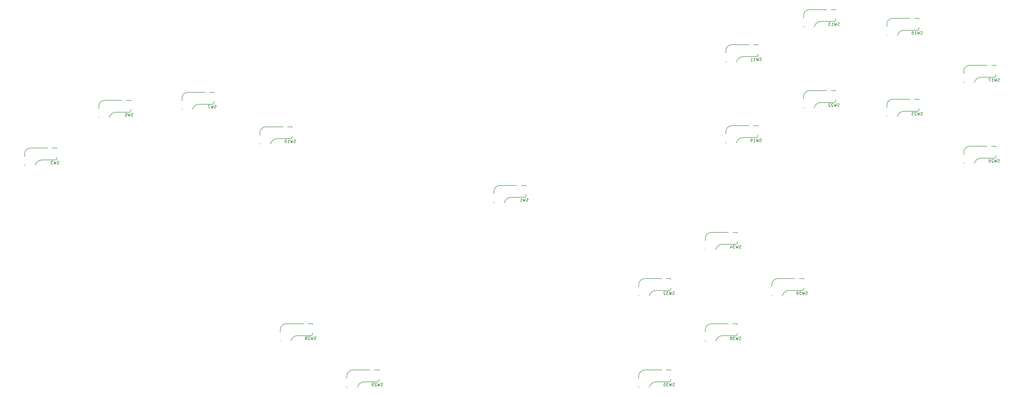
<source format=gbo>
G04 #@! TF.GenerationSoftware,KiCad,Pcbnew,(6.0.7)*
G04 #@! TF.CreationDate,2023-01-16T00:23:34-06:00*
G04 #@! TF.ProjectId,OpenRectangle,4f70656e-5265-4637-9461-6e676c652e6b,rev?*
G04 #@! TF.SameCoordinates,Original*
G04 #@! TF.FileFunction,Legend,Bot*
G04 #@! TF.FilePolarity,Positive*
%FSLAX46Y46*%
G04 Gerber Fmt 4.6, Leading zero omitted, Abs format (unit mm)*
G04 Created by KiCad (PCBNEW (6.0.7)) date 2023-01-16 00:23:34*
%MOMM*%
%LPD*%
G01*
G04 APERTURE LIST*
%ADD10C,0.150000*%
G04 APERTURE END LIST*
D10*
G04 #@! TO.C,SW13*
X310211523Y-33003761D02*
X310068666Y-33051380D01*
X309830571Y-33051380D01*
X309735333Y-33003761D01*
X309687714Y-32956142D01*
X309640095Y-32860904D01*
X309640095Y-32765666D01*
X309687714Y-32670428D01*
X309735333Y-32622809D01*
X309830571Y-32575190D01*
X310021047Y-32527571D01*
X310116285Y-32479952D01*
X310163904Y-32432333D01*
X310211523Y-32337095D01*
X310211523Y-32241857D01*
X310163904Y-32146619D01*
X310116285Y-32099000D01*
X310021047Y-32051380D01*
X309782952Y-32051380D01*
X309640095Y-32099000D01*
X309306761Y-32051380D02*
X309068666Y-33051380D01*
X308878190Y-32337095D01*
X308687714Y-33051380D01*
X308449619Y-32051380D01*
X307544857Y-33051380D02*
X308116285Y-33051380D01*
X307830571Y-33051380D02*
X307830571Y-32051380D01*
X307925809Y-32194238D01*
X308021047Y-32289476D01*
X308116285Y-32337095D01*
X307211523Y-32051380D02*
X306592476Y-32051380D01*
X306925809Y-32432333D01*
X306782952Y-32432333D01*
X306687714Y-32479952D01*
X306640095Y-32527571D01*
X306592476Y-32622809D01*
X306592476Y-32860904D01*
X306640095Y-32956142D01*
X306687714Y-33003761D01*
X306782952Y-33051380D01*
X307068666Y-33051380D01*
X307163904Y-33003761D01*
X307211523Y-32956142D01*
G04 #@! TO.C,SW35*
X254008023Y-155922627D02*
X253865166Y-155970246D01*
X253627071Y-155970246D01*
X253531833Y-155922627D01*
X253484214Y-155875008D01*
X253436595Y-155779770D01*
X253436595Y-155684532D01*
X253484214Y-155589294D01*
X253531833Y-155541675D01*
X253627071Y-155494056D01*
X253817547Y-155446437D01*
X253912785Y-155398818D01*
X253960404Y-155351199D01*
X254008023Y-155255961D01*
X254008023Y-155160723D01*
X253960404Y-155065485D01*
X253912785Y-155017866D01*
X253817547Y-154970246D01*
X253579452Y-154970246D01*
X253436595Y-155017866D01*
X253103261Y-154970246D02*
X252865166Y-155970246D01*
X252674690Y-155255961D01*
X252484214Y-155970246D01*
X252246119Y-154970246D01*
X251960404Y-154970246D02*
X251341357Y-154970246D01*
X251674690Y-155351199D01*
X251531833Y-155351199D01*
X251436595Y-155398818D01*
X251388976Y-155446437D01*
X251341357Y-155541675D01*
X251341357Y-155779770D01*
X251388976Y-155875008D01*
X251436595Y-155922627D01*
X251531833Y-155970246D01*
X251817547Y-155970246D01*
X251912785Y-155922627D01*
X251960404Y-155875008D01*
X250436595Y-154970246D02*
X250912785Y-154970246D01*
X250960404Y-155446437D01*
X250912785Y-155398818D01*
X250817547Y-155351199D01*
X250579452Y-155351199D01*
X250484214Y-155398818D01*
X250436595Y-155446437D01*
X250388976Y-155541675D01*
X250388976Y-155779770D01*
X250436595Y-155875008D01*
X250484214Y-155922627D01*
X250579452Y-155970246D01*
X250817547Y-155970246D01*
X250912785Y-155922627D01*
X250960404Y-155875008D01*
G04 #@! TO.C,SW19*
X283693523Y-72608761D02*
X283550666Y-72656380D01*
X283312571Y-72656380D01*
X283217333Y-72608761D01*
X283169714Y-72561142D01*
X283122095Y-72465904D01*
X283122095Y-72370666D01*
X283169714Y-72275428D01*
X283217333Y-72227809D01*
X283312571Y-72180190D01*
X283503047Y-72132571D01*
X283598285Y-72084952D01*
X283645904Y-72037333D01*
X283693523Y-71942095D01*
X283693523Y-71846857D01*
X283645904Y-71751619D01*
X283598285Y-71704000D01*
X283503047Y-71656380D01*
X283264952Y-71656380D01*
X283122095Y-71704000D01*
X282788761Y-71656380D02*
X282550666Y-72656380D01*
X282360190Y-71942095D01*
X282169714Y-72656380D01*
X281931619Y-71656380D01*
X281026857Y-72656380D02*
X281598285Y-72656380D01*
X281312571Y-72656380D02*
X281312571Y-71656380D01*
X281407809Y-71799238D01*
X281503047Y-71894476D01*
X281598285Y-71942095D01*
X280550666Y-72656380D02*
X280360190Y-72656380D01*
X280264952Y-72608761D01*
X280217333Y-72561142D01*
X280122095Y-72418285D01*
X280074476Y-72227809D01*
X280074476Y-71846857D01*
X280122095Y-71751619D01*
X280169714Y-71704000D01*
X280264952Y-71656380D01*
X280455428Y-71656380D01*
X280550666Y-71704000D01*
X280598285Y-71751619D01*
X280645904Y-71846857D01*
X280645904Y-72084952D01*
X280598285Y-72180190D01*
X280550666Y-72227809D01*
X280455428Y-72275428D01*
X280264952Y-72275428D01*
X280169714Y-72227809D01*
X280122095Y-72180190D01*
X280074476Y-72084952D01*
G04 #@! TO.C,SW26*
X364789523Y-79624761D02*
X364646666Y-79672380D01*
X364408571Y-79672380D01*
X364313333Y-79624761D01*
X364265714Y-79577142D01*
X364218095Y-79481904D01*
X364218095Y-79386666D01*
X364265714Y-79291428D01*
X364313333Y-79243809D01*
X364408571Y-79196190D01*
X364599047Y-79148571D01*
X364694285Y-79100952D01*
X364741904Y-79053333D01*
X364789523Y-78958095D01*
X364789523Y-78862857D01*
X364741904Y-78767619D01*
X364694285Y-78720000D01*
X364599047Y-78672380D01*
X364360952Y-78672380D01*
X364218095Y-78720000D01*
X363884761Y-78672380D02*
X363646666Y-79672380D01*
X363456190Y-78958095D01*
X363265714Y-79672380D01*
X363027619Y-78672380D01*
X362694285Y-78767619D02*
X362646666Y-78720000D01*
X362551428Y-78672380D01*
X362313333Y-78672380D01*
X362218095Y-78720000D01*
X362170476Y-78767619D01*
X362122857Y-78862857D01*
X362122857Y-78958095D01*
X362170476Y-79100952D01*
X362741904Y-79672380D01*
X362122857Y-79672380D01*
X361265714Y-78672380D02*
X361456190Y-78672380D01*
X361551428Y-78720000D01*
X361599047Y-78767619D01*
X361694285Y-78910476D01*
X361741904Y-79100952D01*
X361741904Y-79481904D01*
X361694285Y-79577142D01*
X361646666Y-79624761D01*
X361551428Y-79672380D01*
X361360952Y-79672380D01*
X361265714Y-79624761D01*
X361218095Y-79577142D01*
X361170476Y-79481904D01*
X361170476Y-79243809D01*
X361218095Y-79148571D01*
X361265714Y-79100952D01*
X361360952Y-79053333D01*
X361551428Y-79053333D01*
X361646666Y-79100952D01*
X361694285Y-79148571D01*
X361741904Y-79243809D01*
G04 #@! TO.C,SW28*
X131860022Y-140125762D02*
X131717165Y-140173381D01*
X131479070Y-140173381D01*
X131383832Y-140125762D01*
X131336213Y-140078143D01*
X131288594Y-139982905D01*
X131288594Y-139887667D01*
X131336213Y-139792429D01*
X131383832Y-139744810D01*
X131479070Y-139697191D01*
X131669546Y-139649572D01*
X131764784Y-139601953D01*
X131812403Y-139554334D01*
X131860022Y-139459096D01*
X131860022Y-139363858D01*
X131812403Y-139268620D01*
X131764784Y-139221001D01*
X131669546Y-139173381D01*
X131431451Y-139173381D01*
X131288594Y-139221001D01*
X130955260Y-139173381D02*
X130717165Y-140173381D01*
X130526689Y-139459096D01*
X130336213Y-140173381D01*
X130098118Y-139173381D01*
X129764784Y-139268620D02*
X129717165Y-139221001D01*
X129621927Y-139173381D01*
X129383832Y-139173381D01*
X129288594Y-139221001D01*
X129240975Y-139268620D01*
X129193356Y-139363858D01*
X129193356Y-139459096D01*
X129240975Y-139601953D01*
X129812403Y-140173381D01*
X129193356Y-140173381D01*
X128621927Y-139601953D02*
X128717165Y-139554334D01*
X128764784Y-139506715D01*
X128812403Y-139411477D01*
X128812403Y-139363858D01*
X128764784Y-139268620D01*
X128717165Y-139221001D01*
X128621927Y-139173381D01*
X128431451Y-139173381D01*
X128336213Y-139221001D01*
X128288594Y-139268620D01*
X128240975Y-139363858D01*
X128240975Y-139411477D01*
X128288594Y-139506715D01*
X128336213Y-139554334D01*
X128431451Y-139601953D01*
X128621927Y-139601953D01*
X128717165Y-139649572D01*
X128764784Y-139697191D01*
X128812403Y-139792429D01*
X128812403Y-139982905D01*
X128764784Y-140078143D01*
X128717165Y-140125762D01*
X128621927Y-140173381D01*
X128431451Y-140173381D01*
X128336213Y-140125762D01*
X128288594Y-140078143D01*
X128240975Y-139982905D01*
X128240975Y-139792429D01*
X128288594Y-139697191D01*
X128336213Y-139649572D01*
X128431451Y-139601953D01*
G04 #@! TO.C,SW32*
X254008023Y-124737627D02*
X253865166Y-124785246D01*
X253627071Y-124785246D01*
X253531833Y-124737627D01*
X253484214Y-124690008D01*
X253436595Y-124594770D01*
X253436595Y-124499532D01*
X253484214Y-124404294D01*
X253531833Y-124356675D01*
X253627071Y-124309056D01*
X253817547Y-124261437D01*
X253912785Y-124213818D01*
X253960404Y-124166199D01*
X254008023Y-124070961D01*
X254008023Y-123975723D01*
X253960404Y-123880485D01*
X253912785Y-123832866D01*
X253817547Y-123785246D01*
X253579452Y-123785246D01*
X253436595Y-123832866D01*
X253103261Y-123785246D02*
X252865166Y-124785246D01*
X252674690Y-124070961D01*
X252484214Y-124785246D01*
X252246119Y-123785246D01*
X251960404Y-123785246D02*
X251341357Y-123785246D01*
X251674690Y-124166199D01*
X251531833Y-124166199D01*
X251436595Y-124213818D01*
X251388976Y-124261437D01*
X251341357Y-124356675D01*
X251341357Y-124594770D01*
X251388976Y-124690008D01*
X251436595Y-124737627D01*
X251531833Y-124785246D01*
X251817547Y-124785246D01*
X251912785Y-124737627D01*
X251960404Y-124690008D01*
X250960404Y-123880485D02*
X250912785Y-123832866D01*
X250817547Y-123785246D01*
X250579452Y-123785246D01*
X250484214Y-123832866D01*
X250436595Y-123880485D01*
X250388976Y-123975723D01*
X250388976Y-124070961D01*
X250436595Y-124213818D01*
X251008023Y-124785246D01*
X250388976Y-124785246D01*
G04 #@! TO.C,SW22*
X310211523Y-60613761D02*
X310068666Y-60661380D01*
X309830571Y-60661380D01*
X309735333Y-60613761D01*
X309687714Y-60566142D01*
X309640095Y-60470904D01*
X309640095Y-60375666D01*
X309687714Y-60280428D01*
X309735333Y-60232809D01*
X309830571Y-60185190D01*
X310021047Y-60137571D01*
X310116285Y-60089952D01*
X310163904Y-60042333D01*
X310211523Y-59947095D01*
X310211523Y-59851857D01*
X310163904Y-59756619D01*
X310116285Y-59709000D01*
X310021047Y-59661380D01*
X309782952Y-59661380D01*
X309640095Y-59709000D01*
X309306761Y-59661380D02*
X309068666Y-60661380D01*
X308878190Y-59947095D01*
X308687714Y-60661380D01*
X308449619Y-59661380D01*
X308116285Y-59756619D02*
X308068666Y-59709000D01*
X307973428Y-59661380D01*
X307735333Y-59661380D01*
X307640095Y-59709000D01*
X307592476Y-59756619D01*
X307544857Y-59851857D01*
X307544857Y-59947095D01*
X307592476Y-60089952D01*
X308163904Y-60661380D01*
X307544857Y-60661380D01*
X307163904Y-59756619D02*
X307116285Y-59709000D01*
X307021047Y-59661380D01*
X306782952Y-59661380D01*
X306687714Y-59709000D01*
X306640095Y-59756619D01*
X306592476Y-59851857D01*
X306592476Y-59947095D01*
X306640095Y-60089952D01*
X307211523Y-60661380D01*
X306592476Y-60661380D01*
G04 #@! TO.C,SW34*
X276695023Y-108967627D02*
X276552166Y-109015246D01*
X276314071Y-109015246D01*
X276218833Y-108967627D01*
X276171214Y-108920008D01*
X276123595Y-108824770D01*
X276123595Y-108729532D01*
X276171214Y-108634294D01*
X276218833Y-108586675D01*
X276314071Y-108539056D01*
X276504547Y-108491437D01*
X276599785Y-108443818D01*
X276647404Y-108396199D01*
X276695023Y-108300961D01*
X276695023Y-108205723D01*
X276647404Y-108110485D01*
X276599785Y-108062866D01*
X276504547Y-108015246D01*
X276266452Y-108015246D01*
X276123595Y-108062866D01*
X275790261Y-108015246D02*
X275552166Y-109015246D01*
X275361690Y-108300961D01*
X275171214Y-109015246D01*
X274933119Y-108015246D01*
X274647404Y-108015246D02*
X274028357Y-108015246D01*
X274361690Y-108396199D01*
X274218833Y-108396199D01*
X274123595Y-108443818D01*
X274075976Y-108491437D01*
X274028357Y-108586675D01*
X274028357Y-108824770D01*
X274075976Y-108920008D01*
X274123595Y-108967627D01*
X274218833Y-109015246D01*
X274504547Y-109015246D01*
X274599785Y-108967627D01*
X274647404Y-108920008D01*
X273171214Y-108348580D02*
X273171214Y-109015246D01*
X273409309Y-107967627D02*
X273647404Y-108681913D01*
X273028357Y-108681913D01*
G04 #@! TO.C,SW16*
X338566523Y-35978761D02*
X338423666Y-36026380D01*
X338185571Y-36026380D01*
X338090333Y-35978761D01*
X338042714Y-35931142D01*
X337995095Y-35835904D01*
X337995095Y-35740666D01*
X338042714Y-35645428D01*
X338090333Y-35597809D01*
X338185571Y-35550190D01*
X338376047Y-35502571D01*
X338471285Y-35454952D01*
X338518904Y-35407333D01*
X338566523Y-35312095D01*
X338566523Y-35216857D01*
X338518904Y-35121619D01*
X338471285Y-35074000D01*
X338376047Y-35026380D01*
X338137952Y-35026380D01*
X337995095Y-35074000D01*
X337661761Y-35026380D02*
X337423666Y-36026380D01*
X337233190Y-35312095D01*
X337042714Y-36026380D01*
X336804619Y-35026380D01*
X335899857Y-36026380D02*
X336471285Y-36026380D01*
X336185571Y-36026380D02*
X336185571Y-35026380D01*
X336280809Y-35169238D01*
X336376047Y-35264476D01*
X336471285Y-35312095D01*
X335042714Y-35026380D02*
X335233190Y-35026380D01*
X335328428Y-35074000D01*
X335376047Y-35121619D01*
X335471285Y-35264476D01*
X335518904Y-35454952D01*
X335518904Y-35835904D01*
X335471285Y-35931142D01*
X335423666Y-35978761D01*
X335328428Y-36026380D01*
X335137952Y-36026380D01*
X335042714Y-35978761D01*
X334995095Y-35931142D01*
X334947476Y-35835904D01*
X334947476Y-35597809D01*
X334995095Y-35502571D01*
X335042714Y-35454952D01*
X335137952Y-35407333D01*
X335328428Y-35407333D01*
X335423666Y-35454952D01*
X335471285Y-35502571D01*
X335518904Y-35597809D01*
G04 #@! TO.C,SW38*
X276695023Y-140152627D02*
X276552166Y-140200246D01*
X276314071Y-140200246D01*
X276218833Y-140152627D01*
X276171214Y-140105008D01*
X276123595Y-140009770D01*
X276123595Y-139914532D01*
X276171214Y-139819294D01*
X276218833Y-139771675D01*
X276314071Y-139724056D01*
X276504547Y-139676437D01*
X276599785Y-139628818D01*
X276647404Y-139581199D01*
X276695023Y-139485961D01*
X276695023Y-139390723D01*
X276647404Y-139295485D01*
X276599785Y-139247866D01*
X276504547Y-139200246D01*
X276266452Y-139200246D01*
X276123595Y-139247866D01*
X275790261Y-139200246D02*
X275552166Y-140200246D01*
X275361690Y-139485961D01*
X275171214Y-140200246D01*
X274933119Y-139200246D01*
X274647404Y-139200246D02*
X274028357Y-139200246D01*
X274361690Y-139581199D01*
X274218833Y-139581199D01*
X274123595Y-139628818D01*
X274075976Y-139676437D01*
X274028357Y-139771675D01*
X274028357Y-140009770D01*
X274075976Y-140105008D01*
X274123595Y-140152627D01*
X274218833Y-140200246D01*
X274504547Y-140200246D01*
X274599785Y-140152627D01*
X274647404Y-140105008D01*
X273456928Y-139628818D02*
X273552166Y-139581199D01*
X273599785Y-139533580D01*
X273647404Y-139438342D01*
X273647404Y-139390723D01*
X273599785Y-139295485D01*
X273552166Y-139247866D01*
X273456928Y-139200246D01*
X273266452Y-139200246D01*
X273171214Y-139247866D01*
X273123595Y-139295485D01*
X273075976Y-139390723D01*
X273075976Y-139438342D01*
X273123595Y-139533580D01*
X273171214Y-139581199D01*
X273266452Y-139628818D01*
X273456928Y-139628818D01*
X273552166Y-139676437D01*
X273599785Y-139724056D01*
X273647404Y-139819294D01*
X273647404Y-140009770D01*
X273599785Y-140105008D01*
X273552166Y-140152627D01*
X273456928Y-140200246D01*
X273266452Y-140200246D01*
X273171214Y-140152627D01*
X273123595Y-140105008D01*
X273075976Y-140009770D01*
X273075976Y-139819294D01*
X273123595Y-139724056D01*
X273171214Y-139676437D01*
X273266452Y-139628818D01*
G04 #@! TO.C,SW3*
X44225333Y-80230761D02*
X44082476Y-80278380D01*
X43844380Y-80278380D01*
X43749142Y-80230761D01*
X43701523Y-80183142D01*
X43653904Y-80087904D01*
X43653904Y-79992666D01*
X43701523Y-79897428D01*
X43749142Y-79849809D01*
X43844380Y-79802190D01*
X44034857Y-79754571D01*
X44130095Y-79706952D01*
X44177714Y-79659333D01*
X44225333Y-79564095D01*
X44225333Y-79468857D01*
X44177714Y-79373619D01*
X44130095Y-79326000D01*
X44034857Y-79278380D01*
X43796761Y-79278380D01*
X43653904Y-79326000D01*
X43320571Y-79278380D02*
X43082476Y-80278380D01*
X42892000Y-79564095D01*
X42701523Y-80278380D01*
X42463428Y-79278380D01*
X42177714Y-79278380D02*
X41558666Y-79278380D01*
X41892000Y-79659333D01*
X41749142Y-79659333D01*
X41653904Y-79706952D01*
X41606285Y-79754571D01*
X41558666Y-79849809D01*
X41558666Y-80087904D01*
X41606285Y-80183142D01*
X41653904Y-80230761D01*
X41749142Y-80278380D01*
X42034857Y-80278380D01*
X42130095Y-80230761D01*
X42177714Y-80183142D01*
G04 #@! TO.C,SW5*
X69505333Y-63927761D02*
X69362476Y-63975380D01*
X69124380Y-63975380D01*
X69029142Y-63927761D01*
X68981523Y-63880142D01*
X68933904Y-63784904D01*
X68933904Y-63689666D01*
X68981523Y-63594428D01*
X69029142Y-63546809D01*
X69124380Y-63499190D01*
X69314857Y-63451571D01*
X69410095Y-63403952D01*
X69457714Y-63356333D01*
X69505333Y-63261095D01*
X69505333Y-63165857D01*
X69457714Y-63070619D01*
X69410095Y-63023000D01*
X69314857Y-62975380D01*
X69076761Y-62975380D01*
X68933904Y-63023000D01*
X68600571Y-62975380D02*
X68362476Y-63975380D01*
X68172000Y-63261095D01*
X67981523Y-63975380D01*
X67743428Y-62975380D01*
X66886285Y-62975380D02*
X67362476Y-62975380D01*
X67410095Y-63451571D01*
X67362476Y-63403952D01*
X67267238Y-63356333D01*
X67029142Y-63356333D01*
X66933904Y-63403952D01*
X66886285Y-63451571D01*
X66838666Y-63546809D01*
X66838666Y-63784904D01*
X66886285Y-63880142D01*
X66933904Y-63927761D01*
X67029142Y-63975380D01*
X67267238Y-63975380D01*
X67362476Y-63927761D01*
X67410095Y-63880142D01*
G04 #@! TO.C,SW29*
X154548022Y-155894762D02*
X154405165Y-155942381D01*
X154167070Y-155942381D01*
X154071832Y-155894762D01*
X154024213Y-155847143D01*
X153976594Y-155751905D01*
X153976594Y-155656667D01*
X154024213Y-155561429D01*
X154071832Y-155513810D01*
X154167070Y-155466191D01*
X154357546Y-155418572D01*
X154452784Y-155370953D01*
X154500403Y-155323334D01*
X154548022Y-155228096D01*
X154548022Y-155132858D01*
X154500403Y-155037620D01*
X154452784Y-154990001D01*
X154357546Y-154942381D01*
X154119451Y-154942381D01*
X153976594Y-154990001D01*
X153643260Y-154942381D02*
X153405165Y-155942381D01*
X153214689Y-155228096D01*
X153024213Y-155942381D01*
X152786118Y-154942381D01*
X152452784Y-155037620D02*
X152405165Y-154990001D01*
X152309927Y-154942381D01*
X152071832Y-154942381D01*
X151976594Y-154990001D01*
X151928975Y-155037620D01*
X151881356Y-155132858D01*
X151881356Y-155228096D01*
X151928975Y-155370953D01*
X152500403Y-155942381D01*
X151881356Y-155942381D01*
X151405165Y-155942381D02*
X151214689Y-155942381D01*
X151119451Y-155894762D01*
X151071832Y-155847143D01*
X150976594Y-155704286D01*
X150928975Y-155513810D01*
X150928975Y-155132858D01*
X150976594Y-155037620D01*
X151024213Y-154990001D01*
X151119451Y-154942381D01*
X151309927Y-154942381D01*
X151405165Y-154990001D01*
X151452784Y-155037620D01*
X151500403Y-155132858D01*
X151500403Y-155370953D01*
X151452784Y-155466191D01*
X151405165Y-155513810D01*
X151309927Y-155561429D01*
X151119451Y-155561429D01*
X151024213Y-155513810D01*
X150976594Y-155466191D01*
X150928975Y-155370953D01*
G04 #@! TO.C,SW7*
X97861333Y-61201761D02*
X97718476Y-61249380D01*
X97480380Y-61249380D01*
X97385142Y-61201761D01*
X97337523Y-61154142D01*
X97289904Y-61058904D01*
X97289904Y-60963666D01*
X97337523Y-60868428D01*
X97385142Y-60820809D01*
X97480380Y-60773190D01*
X97670857Y-60725571D01*
X97766095Y-60677952D01*
X97813714Y-60630333D01*
X97861333Y-60535095D01*
X97861333Y-60439857D01*
X97813714Y-60344619D01*
X97766095Y-60297000D01*
X97670857Y-60249380D01*
X97432761Y-60249380D01*
X97289904Y-60297000D01*
X96956571Y-60249380D02*
X96718476Y-61249380D01*
X96528000Y-60535095D01*
X96337523Y-61249380D01*
X96099428Y-60249380D01*
X95813714Y-60249380D02*
X95147047Y-60249380D01*
X95575619Y-61249380D01*
G04 #@! TO.C,SW11*
X283693523Y-44999761D02*
X283550666Y-45047380D01*
X283312571Y-45047380D01*
X283217333Y-44999761D01*
X283169714Y-44952142D01*
X283122095Y-44856904D01*
X283122095Y-44761666D01*
X283169714Y-44666428D01*
X283217333Y-44618809D01*
X283312571Y-44571190D01*
X283503047Y-44523571D01*
X283598285Y-44475952D01*
X283645904Y-44428333D01*
X283693523Y-44333095D01*
X283693523Y-44237857D01*
X283645904Y-44142619D01*
X283598285Y-44095000D01*
X283503047Y-44047380D01*
X283264952Y-44047380D01*
X283122095Y-44095000D01*
X282788761Y-44047380D02*
X282550666Y-45047380D01*
X282360190Y-44333095D01*
X282169714Y-45047380D01*
X281931619Y-44047380D01*
X281026857Y-45047380D02*
X281598285Y-45047380D01*
X281312571Y-45047380D02*
X281312571Y-44047380D01*
X281407809Y-44190238D01*
X281503047Y-44285476D01*
X281598285Y-44333095D01*
X280074476Y-45047380D02*
X280645904Y-45047380D01*
X280360190Y-45047380D02*
X280360190Y-44047380D01*
X280455428Y-44190238D01*
X280550666Y-44285476D01*
X280645904Y-44333095D01*
G04 #@! TO.C,SW17*
X364789523Y-52014761D02*
X364646666Y-52062380D01*
X364408571Y-52062380D01*
X364313333Y-52014761D01*
X364265714Y-51967142D01*
X364218095Y-51871904D01*
X364218095Y-51776666D01*
X364265714Y-51681428D01*
X364313333Y-51633809D01*
X364408571Y-51586190D01*
X364599047Y-51538571D01*
X364694285Y-51490952D01*
X364741904Y-51443333D01*
X364789523Y-51348095D01*
X364789523Y-51252857D01*
X364741904Y-51157619D01*
X364694285Y-51110000D01*
X364599047Y-51062380D01*
X364360952Y-51062380D01*
X364218095Y-51110000D01*
X363884761Y-51062380D02*
X363646666Y-52062380D01*
X363456190Y-51348095D01*
X363265714Y-52062380D01*
X363027619Y-51062380D01*
X362122857Y-52062380D02*
X362694285Y-52062380D01*
X362408571Y-52062380D02*
X362408571Y-51062380D01*
X362503809Y-51205238D01*
X362599047Y-51300476D01*
X362694285Y-51348095D01*
X361789523Y-51062380D02*
X361122857Y-51062380D01*
X361551428Y-52062380D01*
G04 #@! TO.C,SW39*
X299352023Y-124737627D02*
X299209166Y-124785246D01*
X298971071Y-124785246D01*
X298875833Y-124737627D01*
X298828214Y-124690008D01*
X298780595Y-124594770D01*
X298780595Y-124499532D01*
X298828214Y-124404294D01*
X298875833Y-124356675D01*
X298971071Y-124309056D01*
X299161547Y-124261437D01*
X299256785Y-124213818D01*
X299304404Y-124166199D01*
X299352023Y-124070961D01*
X299352023Y-123975723D01*
X299304404Y-123880485D01*
X299256785Y-123832866D01*
X299161547Y-123785246D01*
X298923452Y-123785246D01*
X298780595Y-123832866D01*
X298447261Y-123785246D02*
X298209166Y-124785246D01*
X298018690Y-124070961D01*
X297828214Y-124785246D01*
X297590119Y-123785246D01*
X297304404Y-123785246D02*
X296685357Y-123785246D01*
X297018690Y-124166199D01*
X296875833Y-124166199D01*
X296780595Y-124213818D01*
X296732976Y-124261437D01*
X296685357Y-124356675D01*
X296685357Y-124594770D01*
X296732976Y-124690008D01*
X296780595Y-124737627D01*
X296875833Y-124785246D01*
X297161547Y-124785246D01*
X297256785Y-124737627D01*
X297304404Y-124690008D01*
X296209166Y-124785246D02*
X296018690Y-124785246D01*
X295923452Y-124737627D01*
X295875833Y-124690008D01*
X295780595Y-124547151D01*
X295732976Y-124356675D01*
X295732976Y-123975723D01*
X295780595Y-123880485D01*
X295828214Y-123832866D01*
X295923452Y-123785246D01*
X296113928Y-123785246D01*
X296209166Y-123832866D01*
X296256785Y-123880485D01*
X296304404Y-123975723D01*
X296304404Y-124213818D01*
X296256785Y-124309056D01*
X296209166Y-124356675D01*
X296113928Y-124404294D01*
X295923452Y-124404294D01*
X295828214Y-124356675D01*
X295780595Y-124309056D01*
X295732976Y-124213818D01*
G04 #@! TO.C,SW23*
X338566523Y-63588761D02*
X338423666Y-63636380D01*
X338185571Y-63636380D01*
X338090333Y-63588761D01*
X338042714Y-63541142D01*
X337995095Y-63445904D01*
X337995095Y-63350666D01*
X338042714Y-63255428D01*
X338090333Y-63207809D01*
X338185571Y-63160190D01*
X338376047Y-63112571D01*
X338471285Y-63064952D01*
X338518904Y-63017333D01*
X338566523Y-62922095D01*
X338566523Y-62826857D01*
X338518904Y-62731619D01*
X338471285Y-62684000D01*
X338376047Y-62636380D01*
X338137952Y-62636380D01*
X337995095Y-62684000D01*
X337661761Y-62636380D02*
X337423666Y-63636380D01*
X337233190Y-62922095D01*
X337042714Y-63636380D01*
X336804619Y-62636380D01*
X336471285Y-62731619D02*
X336423666Y-62684000D01*
X336328428Y-62636380D01*
X336090333Y-62636380D01*
X335995095Y-62684000D01*
X335947476Y-62731619D01*
X335899857Y-62826857D01*
X335899857Y-62922095D01*
X335947476Y-63064952D01*
X336518904Y-63636380D01*
X335899857Y-63636380D01*
X335566523Y-62636380D02*
X334947476Y-62636380D01*
X335280809Y-63017333D01*
X335137952Y-63017333D01*
X335042714Y-63064952D01*
X334995095Y-63112571D01*
X334947476Y-63207809D01*
X334947476Y-63445904D01*
X334995095Y-63541142D01*
X335042714Y-63588761D01*
X335137952Y-63636380D01*
X335423666Y-63636380D01*
X335518904Y-63588761D01*
X335566523Y-63541142D01*
G04 #@! TO.C,SW10*
X124909523Y-72964761D02*
X124766666Y-73012380D01*
X124528571Y-73012380D01*
X124433333Y-72964761D01*
X124385714Y-72917142D01*
X124338095Y-72821904D01*
X124338095Y-72726666D01*
X124385714Y-72631428D01*
X124433333Y-72583809D01*
X124528571Y-72536190D01*
X124719047Y-72488571D01*
X124814285Y-72440952D01*
X124861904Y-72393333D01*
X124909523Y-72298095D01*
X124909523Y-72202857D01*
X124861904Y-72107619D01*
X124814285Y-72060000D01*
X124719047Y-72012380D01*
X124480952Y-72012380D01*
X124338095Y-72060000D01*
X124004761Y-72012380D02*
X123766666Y-73012380D01*
X123576190Y-72298095D01*
X123385714Y-73012380D01*
X123147619Y-72012380D01*
X122242857Y-73012380D02*
X122814285Y-73012380D01*
X122528571Y-73012380D02*
X122528571Y-72012380D01*
X122623809Y-72155238D01*
X122719047Y-72250476D01*
X122814285Y-72298095D01*
X121623809Y-72012380D02*
X121528571Y-72012380D01*
X121433333Y-72060000D01*
X121385714Y-72107619D01*
X121338095Y-72202857D01*
X121290476Y-72393333D01*
X121290476Y-72631428D01*
X121338095Y-72821904D01*
X121385714Y-72917142D01*
X121433333Y-72964761D01*
X121528571Y-73012380D01*
X121623809Y-73012380D01*
X121719047Y-72964761D01*
X121766666Y-72917142D01*
X121814285Y-72821904D01*
X121861904Y-72631428D01*
X121861904Y-72393333D01*
X121814285Y-72202857D01*
X121766666Y-72107619D01*
X121719047Y-72060000D01*
X121623809Y-72012380D01*
G04 #@! TO.C,SW1*
X204161833Y-92981627D02*
X204018976Y-93029246D01*
X203780880Y-93029246D01*
X203685642Y-92981627D01*
X203638023Y-92934008D01*
X203590404Y-92838770D01*
X203590404Y-92743532D01*
X203638023Y-92648294D01*
X203685642Y-92600675D01*
X203780880Y-92553056D01*
X203971357Y-92505437D01*
X204066595Y-92457818D01*
X204114214Y-92410199D01*
X204161833Y-92314961D01*
X204161833Y-92219723D01*
X204114214Y-92124485D01*
X204066595Y-92076866D01*
X203971357Y-92029246D01*
X203733261Y-92029246D01*
X203590404Y-92076866D01*
X203257071Y-92029246D02*
X203018976Y-93029246D01*
X202828500Y-92314961D01*
X202638023Y-93029246D01*
X202399928Y-92029246D01*
X201495166Y-93029246D02*
X202066595Y-93029246D01*
X201780880Y-93029246D02*
X201780880Y-92029246D01*
X201876119Y-92172104D01*
X201971357Y-92267342D01*
X202066595Y-92314961D01*
G04 #@! TO.C,SW13*
X308516824Y-31648780D02*
X303952000Y-31648780D01*
X309016824Y-27598780D02*
X309016824Y-27828780D01*
X300066824Y-27598780D02*
X305966824Y-27598780D01*
X298066824Y-30398780D02*
X298066824Y-29598780D01*
X307466824Y-27598780D02*
X309016824Y-27598780D01*
X298066824Y-33248780D02*
X298066824Y-33488780D01*
X309016824Y-30678780D02*
X309016824Y-31148780D01*
X300066824Y-27598780D02*
G75*
G03*
X298066824Y-29598780I5J-2000005D01*
G01*
X303952000Y-31648780D02*
G75*
G03*
X301657678Y-33488780I-866J-2349332D01*
G01*
X308516824Y-31648780D02*
G75*
G03*
X309016824Y-31148780I-1J500001D01*
G01*
G04 #@! TO.C,SW35*
X241863324Y-153317646D02*
X241863324Y-152517646D01*
X252813324Y-153597646D02*
X252813324Y-154067646D01*
X252813324Y-150517646D02*
X252813324Y-150747646D01*
X251263324Y-150517646D02*
X252813324Y-150517646D01*
X252313324Y-154567646D02*
X247748500Y-154567646D01*
X241863324Y-156167646D02*
X241863324Y-156407646D01*
X243863324Y-150517646D02*
X249763324Y-150517646D01*
X247748500Y-154567646D02*
G75*
G03*
X245454178Y-156407646I-866J-2349332D01*
G01*
X252313324Y-154567646D02*
G75*
G03*
X252813324Y-154067646I-1J500001D01*
G01*
X243863324Y-150517646D02*
G75*
G03*
X241863324Y-152517646I5J-2000005D01*
G01*
G04 #@! TO.C,SW19*
X271548824Y-72853780D02*
X271548824Y-73093780D01*
X271548824Y-70003780D02*
X271548824Y-69203780D01*
X280948824Y-67203780D02*
X282498824Y-67203780D01*
X282498824Y-70283780D02*
X282498824Y-70753780D01*
X281998824Y-71253780D02*
X277434000Y-71253780D01*
X273548824Y-67203780D02*
X279448824Y-67203780D01*
X282498824Y-67203780D02*
X282498824Y-67433780D01*
X277434000Y-71253780D02*
G75*
G03*
X275139678Y-73093780I-866J-2349332D01*
G01*
X281998824Y-71253780D02*
G75*
G03*
X282498824Y-70753780I-1J500001D01*
G01*
X273548824Y-67203780D02*
G75*
G03*
X271548824Y-69203780I5J-2000005D01*
G01*
G04 #@! TO.C,SW26*
X352644824Y-77019780D02*
X352644824Y-76219780D01*
X352644824Y-79869780D02*
X352644824Y-80109780D01*
X363094824Y-78269780D02*
X358530000Y-78269780D01*
X363594824Y-77299780D02*
X363594824Y-77769780D01*
X363594824Y-74219780D02*
X363594824Y-74449780D01*
X354644824Y-74219780D02*
X360544824Y-74219780D01*
X362044824Y-74219780D02*
X363594824Y-74219780D01*
X354644824Y-74219780D02*
G75*
G03*
X352644824Y-76219780I5J-2000005D01*
G01*
X363094824Y-78269780D02*
G75*
G03*
X363594824Y-77769780I-1J500001D01*
G01*
X358530000Y-78269780D02*
G75*
G03*
X356235678Y-80109780I-866J-2349332D01*
G01*
G04 #@! TO.C,SW28*
X130665323Y-134720781D02*
X130665323Y-134950781D01*
X119715323Y-137520781D02*
X119715323Y-136720781D01*
X119715323Y-140370781D02*
X119715323Y-140610781D01*
X130665323Y-137800781D02*
X130665323Y-138270781D01*
X121715323Y-134720781D02*
X127615323Y-134720781D01*
X130165323Y-138770781D02*
X125600499Y-138770781D01*
X129115323Y-134720781D02*
X130665323Y-134720781D01*
X130165323Y-138770781D02*
G75*
G03*
X130665323Y-138270781I-1J500001D01*
G01*
X125600499Y-138770781D02*
G75*
G03*
X123306177Y-140610781I-866J-2349332D01*
G01*
X121715323Y-134720781D02*
G75*
G03*
X119715323Y-136720781I5J-2000005D01*
G01*
G04 #@! TO.C,SW32*
X241863324Y-122132646D02*
X241863324Y-121332646D01*
X252313324Y-123382646D02*
X247748500Y-123382646D01*
X251263324Y-119332646D02*
X252813324Y-119332646D01*
X252813324Y-119332646D02*
X252813324Y-119562646D01*
X252813324Y-122412646D02*
X252813324Y-122882646D01*
X241863324Y-124982646D02*
X241863324Y-125222646D01*
X243863324Y-119332646D02*
X249763324Y-119332646D01*
X252313324Y-123382646D02*
G75*
G03*
X252813324Y-122882646I-1J500001D01*
G01*
X243863324Y-119332646D02*
G75*
G03*
X241863324Y-121332646I5J-2000005D01*
G01*
X247748500Y-123382646D02*
G75*
G03*
X245454178Y-125222646I-866J-2349332D01*
G01*
G04 #@! TO.C,SW22*
X300066824Y-55208780D02*
X305966824Y-55208780D01*
X307466824Y-55208780D02*
X309016824Y-55208780D01*
X309016824Y-58288780D02*
X309016824Y-58758780D01*
X298066824Y-58008780D02*
X298066824Y-57208780D01*
X308516824Y-59258780D02*
X303952000Y-59258780D01*
X309016824Y-55208780D02*
X309016824Y-55438780D01*
X298066824Y-60858780D02*
X298066824Y-61098780D01*
X300066824Y-55208780D02*
G75*
G03*
X298066824Y-57208780I5J-2000005D01*
G01*
X303952000Y-59258780D02*
G75*
G03*
X301657678Y-61098780I-866J-2349332D01*
G01*
X308516824Y-59258780D02*
G75*
G03*
X309016824Y-58758780I-1J500001D01*
G01*
G04 #@! TO.C,SW34*
X266550324Y-103562646D02*
X272450324Y-103562646D01*
X275500324Y-103562646D02*
X275500324Y-103792646D01*
X264550324Y-106362646D02*
X264550324Y-105562646D01*
X275500324Y-106642646D02*
X275500324Y-107112646D01*
X275000324Y-107612646D02*
X270435500Y-107612646D01*
X264550324Y-109212646D02*
X264550324Y-109452646D01*
X273950324Y-103562646D02*
X275500324Y-103562646D01*
X266550324Y-103562646D02*
G75*
G03*
X264550324Y-105562646I5J-2000005D01*
G01*
X270435500Y-107612646D02*
G75*
G03*
X268141178Y-109452646I-866J-2349332D01*
G01*
X275000324Y-107612646D02*
G75*
G03*
X275500324Y-107112646I-1J500001D01*
G01*
G04 #@! TO.C,SW16*
X337371824Y-33653780D02*
X337371824Y-34123780D01*
X336871824Y-34623780D02*
X332307000Y-34623780D01*
X326421824Y-33373780D02*
X326421824Y-32573780D01*
X335821824Y-30573780D02*
X337371824Y-30573780D01*
X328421824Y-30573780D02*
X334321824Y-30573780D01*
X326421824Y-36223780D02*
X326421824Y-36463780D01*
X337371824Y-30573780D02*
X337371824Y-30803780D01*
X332307000Y-34623780D02*
G75*
G03*
X330012678Y-36463780I-866J-2349332D01*
G01*
X336871824Y-34623780D02*
G75*
G03*
X337371824Y-34123780I-1J500001D01*
G01*
X328421824Y-30573780D02*
G75*
G03*
X326421824Y-32573780I5J-2000005D01*
G01*
G04 #@! TO.C,SW38*
X266550324Y-134747646D02*
X272450324Y-134747646D01*
X273950324Y-134747646D02*
X275500324Y-134747646D01*
X275500324Y-137827646D02*
X275500324Y-138297646D01*
X264550324Y-137547646D02*
X264550324Y-136747646D01*
X264550324Y-140397646D02*
X264550324Y-140637646D01*
X275000324Y-138797646D02*
X270435500Y-138797646D01*
X275500324Y-134747646D02*
X275500324Y-134977646D01*
X275000324Y-138797646D02*
G75*
G03*
X275500324Y-138297646I-1J500001D01*
G01*
X266550324Y-134747646D02*
G75*
G03*
X264550324Y-136747646I5J-2000005D01*
G01*
X270435500Y-138797646D02*
G75*
G03*
X268141178Y-140637646I-866J-2349332D01*
G01*
G04 #@! TO.C,SW3*
X43506824Y-74825780D02*
X43506824Y-75055780D01*
X32556824Y-80475780D02*
X32556824Y-80715780D01*
X43506824Y-77905780D02*
X43506824Y-78375780D01*
X43006824Y-78875780D02*
X38442000Y-78875780D01*
X34556824Y-74825780D02*
X40456824Y-74825780D01*
X32556824Y-77625780D02*
X32556824Y-76825780D01*
X41956824Y-74825780D02*
X43506824Y-74825780D01*
X34556824Y-74825780D02*
G75*
G03*
X32556824Y-76825780I5J-2000005D01*
G01*
X43006824Y-78875780D02*
G75*
G03*
X43506824Y-78375780I-1J500001D01*
G01*
X38442000Y-78875780D02*
G75*
G03*
X36147678Y-80715780I-866J-2349332D01*
G01*
G04 #@! TO.C,SW5*
X67236824Y-58522780D02*
X68786824Y-58522780D01*
X59836824Y-58522780D02*
X65736824Y-58522780D01*
X57836824Y-61322780D02*
X57836824Y-60522780D01*
X57836824Y-64172780D02*
X57836824Y-64412780D01*
X68286824Y-62572780D02*
X63722000Y-62572780D01*
X68786824Y-58522780D02*
X68786824Y-58752780D01*
X68786824Y-61602780D02*
X68786824Y-62072780D01*
X68286824Y-62572780D02*
G75*
G03*
X68786824Y-62072780I-1J500001D01*
G01*
X63722000Y-62572780D02*
G75*
G03*
X61427678Y-64412780I-866J-2349332D01*
G01*
X59836824Y-58522780D02*
G75*
G03*
X57836824Y-60522780I5J-2000005D01*
G01*
G04 #@! TO.C,SW29*
X142403323Y-153289781D02*
X142403323Y-152489781D01*
X153353323Y-153569781D02*
X153353323Y-154039781D01*
X151803323Y-150489781D02*
X153353323Y-150489781D01*
X152853323Y-154539781D02*
X148288499Y-154539781D01*
X144403323Y-150489781D02*
X150303323Y-150489781D01*
X142403323Y-156139781D02*
X142403323Y-156379781D01*
X153353323Y-150489781D02*
X153353323Y-150719781D01*
X144403323Y-150489781D02*
G75*
G03*
X142403323Y-152489781I5J-2000005D01*
G01*
X152853323Y-154539781D02*
G75*
G03*
X153353323Y-154039781I-1J500001D01*
G01*
X148288499Y-154539781D02*
G75*
G03*
X145994177Y-156379781I-866J-2349332D01*
G01*
G04 #@! TO.C,SW7*
X97142824Y-58876780D02*
X97142824Y-59346780D01*
X96642824Y-59846780D02*
X92078000Y-59846780D01*
X95592824Y-55796780D02*
X97142824Y-55796780D01*
X97142824Y-55796780D02*
X97142824Y-56026780D01*
X86192824Y-61446780D02*
X86192824Y-61686780D01*
X86192824Y-58596780D02*
X86192824Y-57796780D01*
X88192824Y-55796780D02*
X94092824Y-55796780D01*
X92078000Y-59846780D02*
G75*
G03*
X89783678Y-61686780I-866J-2349332D01*
G01*
X96642824Y-59846780D02*
G75*
G03*
X97142824Y-59346780I-1J500001D01*
G01*
X88192824Y-55796780D02*
G75*
G03*
X86192824Y-57796780I5J-2000005D01*
G01*
G04 #@! TO.C,SW11*
X282498824Y-42674780D02*
X282498824Y-43144780D01*
X282498824Y-39594780D02*
X282498824Y-39824780D01*
X271548824Y-45244780D02*
X271548824Y-45484780D01*
X273548824Y-39594780D02*
X279448824Y-39594780D01*
X271548824Y-42394780D02*
X271548824Y-41594780D01*
X281998824Y-43644780D02*
X277434000Y-43644780D01*
X280948824Y-39594780D02*
X282498824Y-39594780D01*
X281998824Y-43644780D02*
G75*
G03*
X282498824Y-43144780I-1J500001D01*
G01*
X277434000Y-43644780D02*
G75*
G03*
X275139678Y-45484780I-866J-2349332D01*
G01*
X273548824Y-39594780D02*
G75*
G03*
X271548824Y-41594780I5J-2000005D01*
G01*
G04 #@! TO.C,SW17*
X352644824Y-52259780D02*
X352644824Y-52499780D01*
X363594824Y-49689780D02*
X363594824Y-50159780D01*
X354644824Y-46609780D02*
X360544824Y-46609780D01*
X352644824Y-49409780D02*
X352644824Y-48609780D01*
X362044824Y-46609780D02*
X363594824Y-46609780D01*
X363094824Y-50659780D02*
X358530000Y-50659780D01*
X363594824Y-46609780D02*
X363594824Y-46839780D01*
X354644824Y-46609780D02*
G75*
G03*
X352644824Y-48609780I5J-2000005D01*
G01*
X358530000Y-50659780D02*
G75*
G03*
X356235678Y-52499780I-866J-2349332D01*
G01*
X363094824Y-50659780D02*
G75*
G03*
X363594824Y-50159780I-1J500001D01*
G01*
G04 #@! TO.C,SW39*
X298157324Y-122412646D02*
X298157324Y-122882646D01*
X298157324Y-119332646D02*
X298157324Y-119562646D01*
X289207324Y-119332646D02*
X295107324Y-119332646D01*
X287207324Y-122132646D02*
X287207324Y-121332646D01*
X297657324Y-123382646D02*
X293092500Y-123382646D01*
X296607324Y-119332646D02*
X298157324Y-119332646D01*
X287207324Y-124982646D02*
X287207324Y-125222646D01*
X289207324Y-119332646D02*
G75*
G03*
X287207324Y-121332646I5J-2000005D01*
G01*
X297657324Y-123382646D02*
G75*
G03*
X298157324Y-122882646I-1J500001D01*
G01*
X293092500Y-123382646D02*
G75*
G03*
X290798178Y-125222646I-866J-2349332D01*
G01*
G04 #@! TO.C,SW23*
X328421824Y-58183780D02*
X334321824Y-58183780D01*
X337371824Y-61263780D02*
X337371824Y-61733780D01*
X336871824Y-62233780D02*
X332307000Y-62233780D01*
X337371824Y-58183780D02*
X337371824Y-58413780D01*
X335821824Y-58183780D02*
X337371824Y-58183780D01*
X326421824Y-60983780D02*
X326421824Y-60183780D01*
X326421824Y-63833780D02*
X326421824Y-64073780D01*
X332307000Y-62233780D02*
G75*
G03*
X330012678Y-64073780I-866J-2349332D01*
G01*
X328421824Y-58183780D02*
G75*
G03*
X326421824Y-60183780I5J-2000005D01*
G01*
X336871824Y-62233780D02*
G75*
G03*
X337371824Y-61733780I-1J500001D01*
G01*
G04 #@! TO.C,SW10*
X112764824Y-73209780D02*
X112764824Y-73449780D01*
X123714824Y-67559780D02*
X123714824Y-67789780D01*
X123714824Y-70639780D02*
X123714824Y-71109780D01*
X112764824Y-70359780D02*
X112764824Y-69559780D01*
X123214824Y-71609780D02*
X118650000Y-71609780D01*
X122164824Y-67559780D02*
X123714824Y-67559780D01*
X114764824Y-67559780D02*
X120664824Y-67559780D01*
X114764824Y-67559780D02*
G75*
G03*
X112764824Y-69559780I5J-2000005D01*
G01*
X123214824Y-71609780D02*
G75*
G03*
X123714824Y-71109780I-1J500001D01*
G01*
X118650000Y-71609780D02*
G75*
G03*
X116355678Y-73449780I-866J-2349332D01*
G01*
G04 #@! TO.C,SW1*
X192493324Y-90376646D02*
X192493324Y-89576646D01*
X201893324Y-87576646D02*
X203443324Y-87576646D01*
X192493324Y-93226646D02*
X192493324Y-93466646D01*
X194493324Y-87576646D02*
X200393324Y-87576646D01*
X202943324Y-91626646D02*
X198378500Y-91626646D01*
X203443324Y-90656646D02*
X203443324Y-91126646D01*
X203443324Y-87576646D02*
X203443324Y-87806646D01*
X198378500Y-91626646D02*
G75*
G03*
X196084178Y-93466646I-866J-2349332D01*
G01*
X202943324Y-91626646D02*
G75*
G03*
X203443324Y-91126646I-1J500001D01*
G01*
X194493324Y-87576646D02*
G75*
G03*
X192493324Y-89576646I5J-2000005D01*
G01*
G04 #@! TD*
M02*

</source>
